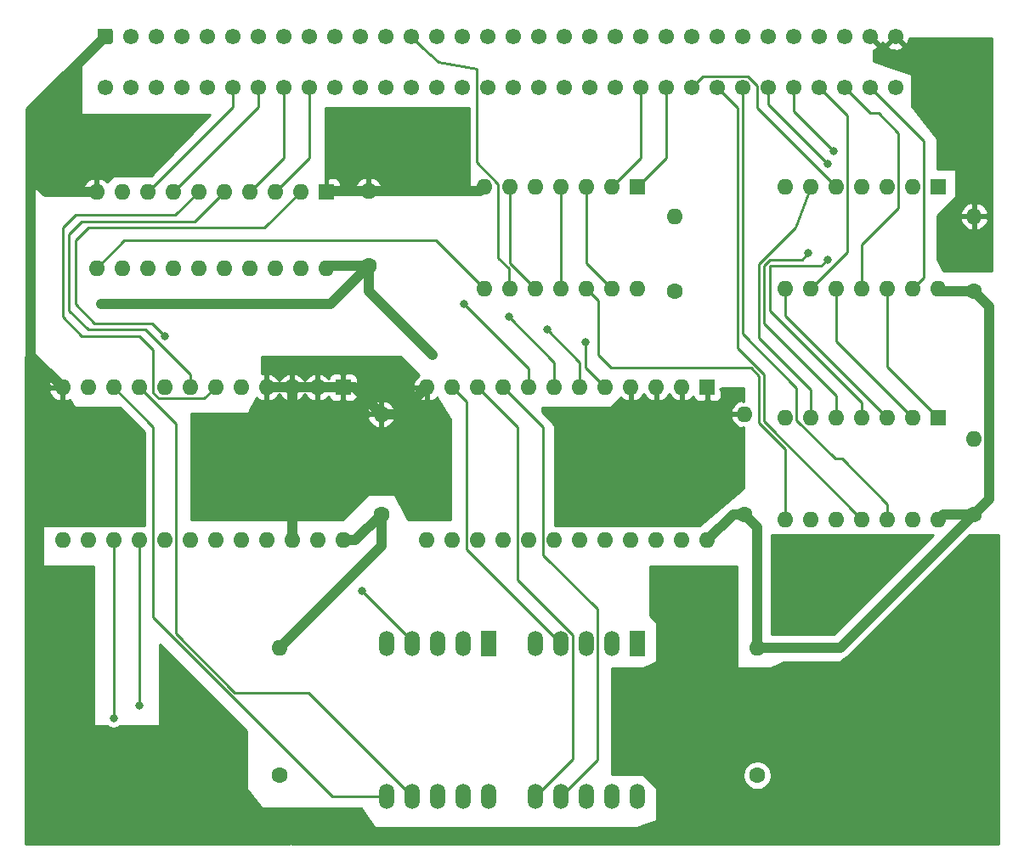
<source format=gbr>
%TF.GenerationSoftware,KiCad,Pcbnew,(5.1.12)-1*%
%TF.CreationDate,2022-04-03T13:26:01+02:00*%
%TF.ProjectId,ec1834-post,65633138-3334-42d7-906f-73742e6b6963,rev?*%
%TF.SameCoordinates,Original*%
%TF.FileFunction,Copper,L2,Bot*%
%TF.FilePolarity,Positive*%
%FSLAX46Y46*%
G04 Gerber Fmt 4.6, Leading zero omitted, Abs format (unit mm)*
G04 Created by KiCad (PCBNEW (5.1.12)-1) date 2022-04-03 13:26:01*
%MOMM*%
%LPD*%
G01*
G04 APERTURE LIST*
%TA.AperFunction,ComponentPad*%
%ADD10O,1.600000X1.600000*%
%TD*%
%TA.AperFunction,ComponentPad*%
%ADD11C,1.600000*%
%TD*%
%TA.AperFunction,ComponentPad*%
%ADD12R,1.600000X1.600000*%
%TD*%
%TA.AperFunction,ComponentPad*%
%ADD13C,1.550000*%
%TD*%
%TA.AperFunction,ComponentPad*%
%ADD14R,1.524000X2.524000*%
%TD*%
%TA.AperFunction,ComponentPad*%
%ADD15O,1.524000X2.524000*%
%TD*%
%TA.AperFunction,ViaPad*%
%ADD16C,0.800000*%
%TD*%
%TA.AperFunction,Conductor*%
%ADD17C,0.250000*%
%TD*%
%TA.AperFunction,Conductor*%
%ADD18C,1.000000*%
%TD*%
%TA.AperFunction,Conductor*%
%ADD19C,0.254000*%
%TD*%
%TA.AperFunction,Conductor*%
%ADD20C,0.100000*%
%TD*%
G04 APERTURE END LIST*
D10*
%TO.P,C1,2*%
%TO.N,GND*%
X85725000Y-43935000D03*
D11*
%TO.P,C1,1*%
%TO.N,+5V*%
X85725000Y-51435000D03*
%TD*%
D10*
%TO.P,U2,14*%
%TO.N,+5V*%
X112000000Y-51160000D03*
%TO.P,U2,7*%
%TO.N,GND*%
X96760000Y-41000000D03*
%TO.P,U2,13*%
%TO.N,A0*%
X109460000Y-51160000D03*
%TO.P,U2,6*%
%TO.N,Net-(U2-Pad6)*%
X99300000Y-41000000D03*
%TO.P,U2,12*%
%TO.N,Net-(U2-Pad12)*%
X106920000Y-51160000D03*
%TO.P,U2,5*%
%TO.N,A7*%
X101840000Y-41000000D03*
%TO.P,U2,11*%
%TO.N,A1*%
X104380000Y-51160000D03*
%TO.P,U2,4*%
%TO.N,Net-(U2-Pad4)*%
X104380000Y-41000000D03*
%TO.P,U2,10*%
%TO.N,Net-(U2-Pad10)*%
X101840000Y-51160000D03*
%TO.P,U2,3*%
%TO.N,A4*%
X106920000Y-41000000D03*
%TO.P,U2,9*%
%TO.N,A2*%
X99300000Y-51160000D03*
%TO.P,U2,2*%
%TO.N,Net-(U2-Pad2)*%
X109460000Y-41000000D03*
%TO.P,U2,8*%
%TO.N,Net-(U2-Pad8)*%
X96760000Y-51160000D03*
D12*
%TO.P,U2,1*%
%TO.N,A3*%
X112000000Y-41000000D03*
%TD*%
D10*
%TO.P,U5,24*%
%TO.N,+5V*%
X52705000Y-76240000D03*
%TO.P,U5,12*%
%TO.N,GND*%
X24765000Y-61000000D03*
%TO.P,U5,23*%
X50165000Y-76240000D03*
%TO.P,U5,11*%
%TO.N,Net-(AFF2-Pad4)*%
X27305000Y-61000000D03*
%TO.P,U5,22*%
%TO.N,GND*%
X47625000Y-76240000D03*
%TO.P,U5,10*%
%TO.N,Net-(AFF2-Pad6)*%
X29845000Y-61000000D03*
%TO.P,U5,21*%
%TO.N,GND*%
X45085000Y-76240000D03*
%TO.P,U5,9*%
%TO.N,Net-(AFF2-Pad7)*%
X32385000Y-61000000D03*
%TO.P,U5,20*%
%TO.N,GND*%
X42545000Y-76240000D03*
%TO.P,U5,8*%
%TO.N,Net-(U4-Pad2)*%
X34925000Y-61000000D03*
%TO.P,U5,19*%
%TO.N,GND*%
X40005000Y-76240000D03*
%TO.P,U5,7*%
%TO.N,Net-(U4-Pad5)*%
X37465000Y-61000000D03*
%TO.P,U5,18*%
%TO.N,GND*%
X37465000Y-76240000D03*
%TO.P,U5,6*%
%TO.N,Net-(U4-Pad6)*%
X40005000Y-61000000D03*
%TO.P,U5,17*%
%TO.N,Net-(U5-Pad17)*%
X34925000Y-76240000D03*
%TO.P,U5,5*%
%TO.N,Net-(U4-Pad9)*%
X42545000Y-61000000D03*
%TO.P,U5,16*%
%TO.N,Net-(AFF2-Pad10)*%
X32385000Y-76240000D03*
%TO.P,U5,4*%
%TO.N,GND*%
X45085000Y-61000000D03*
%TO.P,U5,15*%
%TO.N,Net-(AFF2-Pad9)*%
X29845000Y-76240000D03*
%TO.P,U5,3*%
%TO.N,GND*%
X47625000Y-61000000D03*
%TO.P,U5,14*%
%TO.N,Net-(AFF2-Pad1)*%
X27305000Y-76240000D03*
%TO.P,U5,2*%
%TO.N,GND*%
X50165000Y-61000000D03*
%TO.P,U5,13*%
%TO.N,Net-(AFF2-Pad2)*%
X24765000Y-76240000D03*
D12*
%TO.P,U5,1*%
%TO.N,GND*%
X52705000Y-61000000D03*
%TD*%
D10*
%TO.P,C6,2*%
%TO.N,GND*%
X92710000Y-63660000D03*
D11*
%TO.P,C6,1*%
%TO.N,+5V*%
X92710000Y-73660000D03*
%TD*%
D10*
%TO.P,C5,2*%
%TO.N,GND*%
X56515000Y-63660000D03*
D11*
%TO.P,C5,1*%
%TO.N,+5V*%
X56515000Y-73660000D03*
%TD*%
D10*
%TO.P,C4,2*%
%TO.N,GND*%
X55245000Y-41395000D03*
D11*
%TO.P,C4,1*%
%TO.N,+5V*%
X55245000Y-48895000D03*
%TD*%
D10*
%TO.P,C3,2*%
%TO.N,GND*%
X115570000Y-66160000D03*
D11*
%TO.P,C3,1*%
%TO.N,+5V*%
X115570000Y-73660000D03*
%TD*%
D10*
%TO.P,C2,2*%
%TO.N,GND*%
X115570000Y-43935000D03*
D11*
%TO.P,C2,1*%
%TO.N,+5V*%
X115570000Y-51435000D03*
%TD*%
D10*
%TO.P,U1,14*%
%TO.N,+5V*%
X82000000Y-51160000D03*
%TO.P,U1,7*%
%TO.N,GND*%
X66760000Y-41000000D03*
%TO.P,U1,13*%
%TO.N,Net-(U1-Pad13)*%
X79460000Y-51160000D03*
%TO.P,U1,6*%
%TO.N,Net-(U1-Pad10)*%
X69300000Y-41000000D03*
%TO.P,U1,12*%
%TO.N,Net-(U1-Pad12)*%
X76920000Y-51160000D03*
%TO.P,U1,5*%
%TO.N,AEN*%
X71840000Y-41000000D03*
%TO.P,U1,11*%
%TO.N,Net-(U1-Pad11)*%
X74380000Y-51160000D03*
%TO.P,U1,4*%
X74380000Y-41000000D03*
%TO.P,U1,10*%
%TO.N,Net-(U1-Pad10)*%
X71840000Y-51160000D03*
%TO.P,U1,3*%
%TO.N,Net-(U1-Pad13)*%
X76920000Y-41000000D03*
%TO.P,U1,9*%
%TO.N,IOW*%
X69300000Y-51160000D03*
%TO.P,U1,2*%
%TO.N,A9*%
X79460000Y-41000000D03*
%TO.P,U1,8*%
%TO.N,Net-(U1-Pad8)*%
X66760000Y-51160000D03*
D12*
%TO.P,U1,1*%
%TO.N,A8*%
X82000000Y-41000000D03*
%TD*%
D10*
%TO.P,U4,20*%
%TO.N,+5V*%
X51000000Y-49105000D03*
%TO.P,U4,10*%
%TO.N,GND*%
X28140000Y-41485000D03*
%TO.P,U4,19*%
%TO.N,Net-(U4-Pad19)*%
X48460000Y-49105000D03*
%TO.P,U4,9*%
%TO.N,Net-(U4-Pad9)*%
X30680000Y-41485000D03*
%TO.P,U4,18*%
%TO.N,D4*%
X45920000Y-49105000D03*
%TO.P,U4,8*%
%TO.N,D3*%
X33220000Y-41485000D03*
%TO.P,U4,17*%
%TO.N,D5*%
X43380000Y-49105000D03*
%TO.P,U4,7*%
%TO.N,D2*%
X35760000Y-41485000D03*
%TO.P,U4,16*%
%TO.N,Net-(U4-Pad16)*%
X40840000Y-49105000D03*
%TO.P,U4,6*%
%TO.N,Net-(U4-Pad6)*%
X38300000Y-41485000D03*
%TO.P,U4,15*%
%TO.N,Net-(U4-Pad15)*%
X38300000Y-49105000D03*
%TO.P,U4,5*%
%TO.N,Net-(U4-Pad5)*%
X40840000Y-41485000D03*
%TO.P,U4,14*%
%TO.N,D6*%
X35760000Y-49105000D03*
%TO.P,U4,4*%
%TO.N,D1*%
X43380000Y-41485000D03*
%TO.P,U4,13*%
%TO.N,D7*%
X33220000Y-49105000D03*
%TO.P,U4,3*%
%TO.N,D0*%
X45920000Y-41485000D03*
%TO.P,U4,12*%
%TO.N,Net-(U4-Pad12)*%
X30680000Y-49105000D03*
%TO.P,U4,2*%
%TO.N,Net-(U4-Pad2)*%
X48460000Y-41485000D03*
%TO.P,U4,11*%
%TO.N,Net-(U1-Pad8)*%
X28140000Y-49105000D03*
D12*
%TO.P,U4,1*%
%TO.N,GND*%
X51000000Y-41485000D03*
%TD*%
D13*
%TO.P,U0,c32*%
%TO.N,Net-(U0-Padc32)*%
X107740000Y-31080000D03*
%TO.P,U0,c31*%
%TO.N,A0*%
X105200000Y-31080000D03*
%TO.P,U0,c30*%
%TO.N,A1*%
X102660000Y-31080000D03*
%TO.P,U0,c29*%
%TO.N,A2*%
X100120000Y-31080000D03*
%TO.P,U0,c28*%
%TO.N,A3*%
X97580000Y-31080000D03*
%TO.P,U0,c27*%
%TO.N,A4*%
X95040000Y-31080000D03*
%TO.P,U0,c26*%
%TO.N,A5*%
X92500000Y-31080000D03*
%TO.P,U0,c25*%
%TO.N,A6*%
X89960000Y-31080000D03*
%TO.P,U0,c24*%
%TO.N,A7*%
X87420000Y-31080000D03*
%TO.P,U0,c23*%
%TO.N,A8*%
X84880000Y-31080000D03*
%TO.P,U0,c22*%
%TO.N,A9*%
X82340000Y-31080000D03*
%TO.P,U0,c21*%
%TO.N,Net-(U0-Padc21)*%
X79800000Y-31080000D03*
%TO.P,U0,c20*%
%TO.N,Net-(U0-Padc20)*%
X77260000Y-31080000D03*
%TO.P,U0,c19*%
%TO.N,Net-(U0-Padc19)*%
X74720000Y-31080000D03*
%TO.P,U0,c18*%
%TO.N,Net-(U0-Padc18)*%
X72180000Y-31080000D03*
%TO.P,U0,c17*%
%TO.N,Net-(U0-Padc17)*%
X69640000Y-31080000D03*
%TO.P,U0,c16*%
%TO.N,Net-(U0-Padc16)*%
X67100000Y-31080000D03*
%TO.P,U0,c15*%
%TO.N,Net-(U0-Padc15)*%
X64560000Y-31080000D03*
%TO.P,U0,c14*%
%TO.N,Net-(U0-Padc14)*%
X62020000Y-31080000D03*
%TO.P,U0,c13*%
%TO.N,Net-(U0-Padc13)*%
X59480000Y-31080000D03*
%TO.P,U0,c12*%
%TO.N,Net-(U0-Padc12)*%
X56940000Y-31080000D03*
%TO.P,U0,c11*%
%TO.N,AEN*%
X54400000Y-31080000D03*
%TO.P,U0,c10*%
%TO.N,Net-(U0-Padc10)*%
X51860000Y-31080000D03*
%TO.P,U0,c9*%
%TO.N,D0*%
X49320000Y-31080000D03*
%TO.P,U0,c8*%
%TO.N,D1*%
X46780000Y-31080000D03*
%TO.P,U0,c7*%
%TO.N,D2*%
X44240000Y-31080000D03*
%TO.P,U0,c6*%
%TO.N,D3*%
X41700000Y-31080000D03*
%TO.P,U0,c5*%
%TO.N,D4*%
X39160000Y-31080000D03*
%TO.P,U0,c4*%
%TO.N,D5*%
X36620000Y-31080000D03*
%TO.P,U0,c3*%
%TO.N,D6*%
X34080000Y-31080000D03*
%TO.P,U0,c2*%
%TO.N,D7*%
X31540000Y-31080000D03*
%TO.P,U0,c1*%
%TO.N,Net-(U0-Padc1)*%
X29000000Y-31080000D03*
%TO.P,U0,a32*%
%TO.N,GND*%
X107740000Y-26000000D03*
%TO.P,U0,a31*%
X105200000Y-26000000D03*
%TO.P,U0,a30*%
%TO.N,Net-(U0-Pada30)*%
X102660000Y-26000000D03*
%TO.P,U0,a29*%
%TO.N,Net-(U0-Pada29)*%
X100120000Y-26000000D03*
%TO.P,U0,a28*%
%TO.N,Net-(U0-Pada28)*%
X97580000Y-26000000D03*
%TO.P,U0,a27*%
%TO.N,Net-(U0-Pada27)*%
X95040000Y-26000000D03*
%TO.P,U0,a26*%
%TO.N,Net-(U0-Pada26)*%
X92500000Y-26000000D03*
%TO.P,U0,a25*%
%TO.N,Net-(U0-Pada25)*%
X89960000Y-26000000D03*
%TO.P,U0,a24*%
%TO.N,Net-(U0-Pada24)*%
X87420000Y-26000000D03*
%TO.P,U0,a23*%
%TO.N,Net-(U0-Pada23)*%
X84880000Y-26000000D03*
%TO.P,U0,a22*%
%TO.N,Net-(U0-Pada22)*%
X82340000Y-26000000D03*
%TO.P,U0,a21*%
%TO.N,Net-(U0-Pada21)*%
X79800000Y-26000000D03*
%TO.P,U0,a20*%
%TO.N,Net-(U0-Pada20)*%
X77260000Y-26000000D03*
%TO.P,U0,a19*%
%TO.N,Net-(U0-Pada19)*%
X74720000Y-26000000D03*
%TO.P,U0,a18*%
%TO.N,Net-(U0-Pada18)*%
X72180000Y-26000000D03*
%TO.P,U0,a17*%
%TO.N,Net-(U0-Pada17)*%
X69640000Y-26000000D03*
%TO.P,U0,a16*%
%TO.N,Net-(U0-Pada16)*%
X67100000Y-26000000D03*
%TO.P,U0,a15*%
%TO.N,Net-(U0-Pada15)*%
X64560000Y-26000000D03*
%TO.P,U0,a14*%
%TO.N,Net-(U0-Pada14)*%
X62020000Y-26000000D03*
%TO.P,U0,a13*%
%TO.N,IOW*%
X59480000Y-26000000D03*
%TO.P,U0,a12*%
%TO.N,Net-(U0-Pada12)*%
X56940000Y-26000000D03*
%TO.P,U0,a11*%
%TO.N,Net-(U0-Pada11)*%
X54400000Y-26000000D03*
%TO.P,U0,a10*%
%TO.N,Net-(U0-Pada10)*%
X51860000Y-26000000D03*
%TO.P,U0,a9*%
%TO.N,Net-(U0-Pada9)*%
X49320000Y-26000000D03*
%TO.P,U0,a8*%
%TO.N,Net-(U0-Pada8)*%
X46780000Y-26000000D03*
%TO.P,U0,a7*%
%TO.N,Net-(U0-Pada7)*%
X44240000Y-26000000D03*
%TO.P,U0,a6*%
%TO.N,Net-(U0-Pada6)*%
X41700000Y-26000000D03*
%TO.P,U0,a5*%
%TO.N,Net-(U0-Pada5)*%
X39160000Y-26000000D03*
%TO.P,U0,a4*%
%TO.N,Net-(U0-Pada4)*%
X36620000Y-26000000D03*
%TO.P,U0,a3*%
%TO.N,+5V*%
X34080000Y-26000000D03*
%TO.P,U0,a2*%
%TO.N,Net-(U0-Pada2)*%
X31540000Y-26000000D03*
%TO.P,U0,a1*%
%TO.N,GND*%
%TA.AperFunction,ComponentPad*%
G36*
G01*
X28225000Y-26525002D02*
X28225000Y-25474998D01*
G75*
G02*
X28474998Y-25225000I249998J0D01*
G01*
X29525002Y-25225000D01*
G75*
G02*
X29775000Y-25474998I0J-249998D01*
G01*
X29775000Y-26525002D01*
G75*
G02*
X29525002Y-26775000I-249998J0D01*
G01*
X28474998Y-26775000D01*
G75*
G02*
X28225000Y-26525002I0J249998D01*
G01*
G37*
%TD.AperFunction*%
%TD*%
D10*
%TO.P,U6,24*%
%TO.N,+5V*%
X89000000Y-76240000D03*
%TO.P,U6,12*%
%TO.N,GND*%
X61060000Y-61000000D03*
%TO.P,U6,23*%
X86460000Y-76240000D03*
%TO.P,U6,11*%
%TO.N,Net-(AFF1-Pad4)*%
X63600000Y-61000000D03*
%TO.P,U6,22*%
%TO.N,GND*%
X83920000Y-76240000D03*
%TO.P,U6,10*%
%TO.N,Net-(AFF1-Pad6)*%
X66140000Y-61000000D03*
%TO.P,U6,21*%
%TO.N,GND*%
X81380000Y-76240000D03*
%TO.P,U6,9*%
%TO.N,Net-(AFF1-Pad7)*%
X68680000Y-61000000D03*
%TO.P,U6,20*%
%TO.N,GND*%
X78840000Y-76240000D03*
%TO.P,U6,8*%
%TO.N,Net-(U4-Pad19)*%
X71220000Y-61000000D03*
%TO.P,U6,19*%
%TO.N,GND*%
X76300000Y-76240000D03*
%TO.P,U6,7*%
%TO.N,Net-(U4-Pad16)*%
X73760000Y-61000000D03*
%TO.P,U6,18*%
%TO.N,GND*%
X73760000Y-76240000D03*
%TO.P,U6,6*%
%TO.N,Net-(U4-Pad15)*%
X76300000Y-61000000D03*
%TO.P,U6,17*%
%TO.N,Net-(U6-Pad17)*%
X71220000Y-76240000D03*
%TO.P,U6,5*%
%TO.N,Net-(U4-Pad12)*%
X78840000Y-61000000D03*
%TO.P,U6,16*%
%TO.N,Net-(AFF1-Pad10)*%
X68680000Y-76240000D03*
%TO.P,U6,4*%
%TO.N,GND*%
X81380000Y-61000000D03*
%TO.P,U6,15*%
%TO.N,Net-(AFF1-Pad9)*%
X66140000Y-76240000D03*
%TO.P,U6,3*%
%TO.N,GND*%
X83920000Y-61000000D03*
%TO.P,U6,14*%
%TO.N,Net-(AFF1-Pad1)*%
X63600000Y-76240000D03*
%TO.P,U6,2*%
%TO.N,GND*%
X86460000Y-61000000D03*
%TO.P,U6,13*%
%TO.N,Net-(AFF1-Pad2)*%
X61060000Y-76240000D03*
D12*
%TO.P,U6,1*%
%TO.N,GND*%
X89000000Y-61000000D03*
%TD*%
D10*
%TO.P,U3,14*%
%TO.N,+5V*%
X112000000Y-74160000D03*
%TO.P,U3,7*%
%TO.N,GND*%
X96760000Y-64000000D03*
%TO.P,U3,13*%
%TO.N,N/C*%
X109460000Y-74160000D03*
%TO.P,U3,6*%
%TO.N,Net-(U2-Pad6)*%
X99300000Y-64000000D03*
%TO.P,U3,12*%
%TO.N,A5*%
X106920000Y-74160000D03*
%TO.P,U3,5*%
%TO.N,Net-(U2-Pad4)*%
X101840000Y-64000000D03*
%TO.P,U3,11*%
%TO.N,A6*%
X104380000Y-74160000D03*
%TO.P,U3,4*%
%TO.N,Net-(U2-Pad2)*%
X104380000Y-64000000D03*
%TO.P,U3,10*%
%TO.N,N/C*%
X101840000Y-74160000D03*
%TO.P,U3,3*%
%TO.N,Net-(U2-Pad8)*%
X106920000Y-64000000D03*
%TO.P,U3,9*%
%TO.N,N/C*%
X99300000Y-74160000D03*
%TO.P,U3,2*%
%TO.N,Net-(U2-Pad10)*%
X109460000Y-64000000D03*
%TO.P,U3,8*%
%TO.N,Net-(U1-Pad12)*%
X96760000Y-74160000D03*
D12*
%TO.P,U3,1*%
%TO.N,Net-(U2-Pad12)*%
X112000000Y-64000000D03*
%TD*%
D10*
%TO.P,R2,2*%
%TO.N,+5V*%
X93980000Y-86995000D03*
D11*
%TO.P,R2,1*%
%TO.N,Net-(AFF1-Pad3)*%
X93980000Y-99695000D03*
%TD*%
D10*
%TO.P,R1,2*%
%TO.N,+5V*%
X46355000Y-86995000D03*
D11*
%TO.P,R1,1*%
%TO.N,Net-(AFF2-Pad3)*%
X46355000Y-99695000D03*
%TD*%
D14*
%TO.P,AFF2,1*%
%TO.N,Net-(AFF2-Pad1)*%
X67210000Y-86555000D03*
D15*
%TO.P,AFF2,2*%
%TO.N,Net-(AFF2-Pad2)*%
X64670000Y-86555000D03*
%TO.P,AFF2,3*%
%TO.N,Net-(AFF2-Pad3)*%
X62130000Y-86555000D03*
%TO.P,AFF2,4*%
%TO.N,Net-(AFF2-Pad4)*%
X59590000Y-86555000D03*
%TO.P,AFF2,5*%
%TO.N,Net-(AFF2-Pad5)*%
X57050000Y-86555000D03*
%TO.P,AFF2,6*%
%TO.N,Net-(AFF2-Pad6)*%
X57050000Y-101795000D03*
%TO.P,AFF2,7*%
%TO.N,Net-(AFF2-Pad7)*%
X59590000Y-101795000D03*
%TO.P,AFF2,8*%
%TO.N,Net-(AFF2-Pad3)*%
X62130000Y-101795000D03*
%TO.P,AFF2,9*%
%TO.N,Net-(AFF2-Pad9)*%
X64670000Y-101795000D03*
%TO.P,AFF2,10*%
%TO.N,Net-(AFF2-Pad10)*%
X67210000Y-101795000D03*
%TD*%
D14*
%TO.P,AFF1,1*%
%TO.N,Net-(AFF1-Pad1)*%
X82000000Y-86555000D03*
D15*
%TO.P,AFF1,2*%
%TO.N,Net-(AFF1-Pad2)*%
X79460000Y-86555000D03*
%TO.P,AFF1,3*%
%TO.N,Net-(AFF1-Pad3)*%
X76920000Y-86555000D03*
%TO.P,AFF1,4*%
%TO.N,Net-(AFF1-Pad4)*%
X74380000Y-86555000D03*
%TO.P,AFF1,5*%
%TO.N,Net-(AFF1-Pad5)*%
X71840000Y-86555000D03*
%TO.P,AFF1,6*%
%TO.N,Net-(AFF1-Pad6)*%
X71840000Y-101795000D03*
%TO.P,AFF1,7*%
%TO.N,Net-(AFF1-Pad7)*%
X74380000Y-101795000D03*
%TO.P,AFF1,8*%
%TO.N,Net-(AFF1-Pad3)*%
X76920000Y-101795000D03*
%TO.P,AFF1,9*%
%TO.N,Net-(AFF1-Pad9)*%
X79460000Y-101795000D03*
%TO.P,AFF1,10*%
%TO.N,Net-(AFF1-Pad10)*%
X82000000Y-101795000D03*
%TD*%
D16*
%TO.N,Net-(AFF2-Pad4)*%
X54610000Y-81280000D03*
%TO.N,Net-(AFF2-Pad9)*%
X29845000Y-93980000D03*
%TO.N,Net-(AFF2-Pad10)*%
X32385000Y-92710000D03*
%TO.N,+5V*%
X28575000Y-52705000D03*
X61595000Y-57785000D03*
%TO.N,A3*%
X101600000Y-37465000D03*
%TO.N,A4*%
X100965000Y-38735000D03*
%TO.N,GND*%
X107950000Y-86360000D03*
X99060000Y-81915000D03*
%TO.N,Net-(U2-Pad4)*%
X99060000Y-47625000D03*
%TO.N,Net-(U2-Pad2)*%
X100965000Y-48260000D03*
%TO.N,Net-(U4-Pad19)*%
X64770000Y-52705000D03*
%TO.N,Net-(U4-Pad16)*%
X69215000Y-53975000D03*
%TO.N,Net-(U4-Pad15)*%
X73025000Y-55245000D03*
%TO.N,Net-(U4-Pad12)*%
X76835000Y-56515000D03*
%TO.N,Net-(U4-Pad2)*%
X34925000Y-55880000D03*
%TD*%
D17*
%TO.N,Net-(AFF1-Pad4)*%
X65014999Y-62414999D02*
X65014999Y-77189999D01*
X65014999Y-77189999D02*
X74380000Y-86555000D01*
X63600000Y-61000000D02*
X65014999Y-62414999D01*
%TO.N,Net-(AFF1-Pad6)*%
X70094999Y-80232735D02*
X75565000Y-85702736D01*
X70094999Y-64954999D02*
X70094999Y-80232735D01*
X66140000Y-61000000D02*
X70094999Y-64954999D01*
X75565000Y-98070000D02*
X71840000Y-101795000D01*
X75565000Y-85702736D02*
X75565000Y-98070000D01*
%TO.N,Net-(AFF1-Pad7)*%
X72634999Y-64954999D02*
X72634999Y-77714999D01*
X68680000Y-61000000D02*
X72634999Y-64954999D01*
X78007010Y-98167990D02*
X74380000Y-101795000D01*
X78007010Y-83087010D02*
X78007010Y-98167990D01*
X72634999Y-77714999D02*
X78007010Y-83087010D01*
%TO.N,Net-(AFF2-Pad4)*%
X27474999Y-60749997D02*
X27474999Y-61540001D01*
X59590000Y-86260000D02*
X59590000Y-86555000D01*
X54610000Y-81280000D02*
X59590000Y-86260000D01*
%TO.N,Net-(AFF2-Pad6)*%
X51628590Y-101795000D02*
X57050000Y-101795000D01*
X33799999Y-83966409D02*
X51628590Y-101795000D01*
X33799999Y-64954999D02*
X33799999Y-83966409D01*
X29845000Y-61000000D02*
X33799999Y-64954999D01*
%TO.N,Net-(AFF2-Pad7)*%
X36050001Y-64665001D02*
X36050001Y-85580001D01*
X32385000Y-61000000D02*
X36050001Y-64665001D01*
X36050001Y-85580001D02*
X41910000Y-91440000D01*
X49235000Y-91440000D02*
X59590000Y-101795000D01*
X41910000Y-91440000D02*
X49235000Y-91440000D01*
%TO.N,Net-(AFF2-Pad9)*%
X29845000Y-76240000D02*
X29845000Y-93980000D01*
%TO.N,Net-(AFF2-Pad10)*%
X32385000Y-76240000D02*
X32385000Y-92710000D01*
D18*
%TO.N,+5V*%
X53935000Y-76240000D02*
X56515000Y-73660000D01*
X52705000Y-76240000D02*
X53935000Y-76240000D01*
X93980000Y-74930000D02*
X92710000Y-73660000D01*
X93980000Y-86995000D02*
X93980000Y-74930000D01*
X91580000Y-73660000D02*
X89000000Y-76240000D01*
X92710000Y-73660000D02*
X91580000Y-73660000D01*
X51435000Y-52705000D02*
X55245000Y-48895000D01*
X28575000Y-52705000D02*
X51435000Y-52705000D01*
X51210000Y-48895000D02*
X51000000Y-49105000D01*
X55245000Y-48895000D02*
X51210000Y-48895000D01*
X55245000Y-48895000D02*
X55245000Y-51435000D01*
X55245000Y-51435000D02*
X61595000Y-57785000D01*
X112275000Y-51435000D02*
X112000000Y-51160000D01*
X115570000Y-51435000D02*
X112275000Y-51435000D01*
X61595000Y-57785000D02*
X61595000Y-57785000D01*
X102235000Y-86995000D02*
X115570000Y-73660000D01*
X93980000Y-86995000D02*
X102235000Y-86995000D01*
X112500000Y-73660000D02*
X112000000Y-74160000D01*
X115570000Y-73660000D02*
X112500000Y-73660000D01*
X117070001Y-72159999D02*
X115570000Y-73660000D01*
X117070001Y-52935001D02*
X117070001Y-72159999D01*
X115570000Y-51435000D02*
X117070001Y-52935001D01*
X56515000Y-76835000D02*
X56515000Y-76200000D01*
X56515000Y-76200000D02*
X56515000Y-73660000D01*
X46355000Y-86995000D02*
X56515000Y-76835000D01*
D17*
%TO.N,A0*%
X110585001Y-50034999D02*
X109460000Y-51160000D01*
X110585001Y-36465001D02*
X110585001Y-50034999D01*
X105200000Y-31080000D02*
X110585001Y-36465001D01*
%TO.N,A1*%
X102660000Y-31080000D02*
X105235000Y-33655000D01*
X105235000Y-33655000D02*
X106045000Y-33655000D01*
X108045001Y-35655001D02*
X108045001Y-43084999D01*
X106045000Y-33655000D02*
X108045001Y-35655001D01*
X104380000Y-46750000D02*
X104380000Y-51160000D01*
X108045001Y-43084999D02*
X104380000Y-46750000D01*
%TO.N,A2*%
X99336410Y-51160000D02*
X99300000Y-51160000D01*
X102965001Y-47531409D02*
X99336410Y-51160000D01*
X102965001Y-33925001D02*
X102965001Y-47531409D01*
X100120000Y-31080000D02*
X102965001Y-33925001D01*
%TO.N,A3*%
X97580000Y-31080000D02*
X97580000Y-33445000D01*
X97580000Y-33445000D02*
X101600000Y-37465000D01*
%TO.N,A4*%
X95040000Y-31080000D02*
X95040000Y-32810000D01*
X95040000Y-32810000D02*
X100965000Y-38735000D01*
%TO.N,A5*%
X92500000Y-31080000D02*
X92500000Y-55670000D01*
X102421401Y-68129991D02*
X106920000Y-72628590D01*
X101764988Y-68129990D02*
X102421401Y-68129991D01*
X106920000Y-72628590D02*
X106920000Y-74160000D01*
X97885001Y-64250003D02*
X101764988Y-68129990D01*
X97885001Y-61055001D02*
X97885001Y-64250003D01*
X92500000Y-55670000D02*
X97885001Y-61055001D01*
%TO.N,A6*%
X89960000Y-31080000D02*
X92049990Y-33169990D01*
X92049990Y-33169990D02*
X92049990Y-57124990D01*
X94615000Y-64395000D02*
X104380000Y-74160000D01*
X94615000Y-59690000D02*
X94615000Y-64395000D01*
X92049990Y-57124990D02*
X94615000Y-59690000D01*
%TO.N,A7*%
X93939999Y-33099999D02*
X101840000Y-41000000D01*
X93939999Y-30891997D02*
X93939999Y-33099999D01*
X93028001Y-29979999D02*
X93939999Y-30891997D01*
X88520001Y-29979999D02*
X93028001Y-29979999D01*
X87420000Y-31080000D02*
X88520001Y-29979999D01*
%TO.N,A8*%
X84880000Y-38120000D02*
X82000000Y-41000000D01*
X84880000Y-31080000D02*
X84880000Y-38120000D01*
%TO.N,A9*%
X82340000Y-38120000D02*
X79460000Y-41000000D01*
X82340000Y-31080000D02*
X82340000Y-38120000D01*
%TO.N,D0*%
X49320000Y-38085000D02*
X45920000Y-41485000D01*
X49320000Y-31080000D02*
X49320000Y-38085000D01*
%TO.N,D1*%
X46780000Y-38085000D02*
X43380000Y-41485000D01*
X46780000Y-31080000D02*
X46780000Y-38085000D01*
%TO.N,D2*%
X44240000Y-33005000D02*
X35760000Y-41485000D01*
X44240000Y-31080000D02*
X44240000Y-33005000D01*
%TO.N,D3*%
X41700000Y-33005000D02*
X33220000Y-41485000D01*
X41700000Y-31080000D02*
X41700000Y-33005000D01*
D18*
%TO.N,GND*%
X29000000Y-26000000D02*
X21590000Y-33410000D01*
X21590000Y-57825000D02*
X24765000Y-61000000D01*
X45085000Y-61000000D02*
X47625000Y-61000000D01*
X47625000Y-61000000D02*
X50165000Y-61000000D01*
X50165000Y-61000000D02*
X52705000Y-61000000D01*
X53855000Y-61000000D02*
X56515000Y-63660000D01*
X52705000Y-61000000D02*
X53855000Y-61000000D01*
X58400000Y-63660000D02*
X61060000Y-61000000D01*
X56515000Y-63660000D02*
X58400000Y-63660000D01*
X23070000Y-41485000D02*
X21590000Y-40005000D01*
X28140000Y-41485000D02*
X23070000Y-41485000D01*
X21590000Y-40005000D02*
X21590000Y-57825000D01*
X21590000Y-33410000D02*
X21590000Y-40005000D01*
X51090000Y-41395000D02*
X51000000Y-41485000D01*
X55245000Y-41395000D02*
X51090000Y-41395000D01*
X66365000Y-41395000D02*
X66760000Y-41000000D01*
X55245000Y-41395000D02*
X66365000Y-41395000D01*
X47625000Y-61000000D02*
X47625000Y-76240000D01*
D17*
%TO.N,IOW*%
X69215000Y-51075000D02*
X69300000Y-51160000D01*
X69215000Y-49171410D02*
X69215000Y-51075000D01*
X68174999Y-48131409D02*
X69215000Y-49171410D01*
X68174999Y-40749997D02*
X68174999Y-48131409D01*
X65999999Y-29210000D02*
X65999999Y-38574997D01*
X62208003Y-28575000D02*
X65999999Y-29210000D01*
X60580001Y-27100001D02*
X62208003Y-28575000D01*
X65999999Y-38574997D02*
X68174999Y-40749997D01*
X59480000Y-26000000D02*
X60580001Y-27100001D01*
%TO.N,Net-(U1-Pad13)*%
X76920000Y-48620000D02*
X79460000Y-51160000D01*
X76920000Y-41000000D02*
X76920000Y-48620000D01*
%TO.N,Net-(U1-Pad10)*%
X69300000Y-48620000D02*
X71840000Y-51160000D01*
X69300000Y-41000000D02*
X69300000Y-48620000D01*
%TO.N,Net-(U1-Pad12)*%
X78105000Y-52345000D02*
X76920000Y-51160000D01*
X78105000Y-57785000D02*
X78105000Y-52345000D01*
X79375000Y-59055000D02*
X78105000Y-57785000D01*
X93343590Y-59055000D02*
X79375000Y-59055000D01*
X94164990Y-59876400D02*
X93343590Y-59055000D01*
X94164991Y-64581401D02*
X94164990Y-59876400D01*
X96760000Y-67176410D02*
X94164991Y-64581401D01*
X96760000Y-74160000D02*
X96760000Y-67176410D01*
%TO.N,Net-(U1-Pad11)*%
X74380000Y-41000000D02*
X74380000Y-51160000D01*
%TO.N,Net-(U1-Pad8)*%
X28140000Y-49105000D02*
X30890000Y-46355000D01*
X61955000Y-46355000D02*
X66760000Y-51160000D01*
X30890000Y-46355000D02*
X61955000Y-46355000D01*
%TO.N,Net-(U2-Pad6)*%
X94164990Y-56064990D02*
X99300000Y-61200000D01*
X94164990Y-48707190D02*
X94164990Y-56064990D01*
X99300000Y-61200000D02*
X99300000Y-64000000D01*
X96757180Y-46115000D02*
X94164990Y-48707190D01*
X97790000Y-45085000D02*
X96757180Y-46115000D01*
X99300000Y-41000000D02*
X97790000Y-45085000D01*
%TO.N,Net-(U2-Pad12)*%
X106920000Y-58920000D02*
X112000000Y-64000000D01*
X106920000Y-51160000D02*
X106920000Y-58920000D01*
%TO.N,Net-(U2-Pad4)*%
X104140000Y-41240000D02*
X104380000Y-41000000D01*
X101840000Y-61835000D02*
X101840000Y-64000000D01*
X94615000Y-54610000D02*
X101840000Y-61835000D01*
X94615000Y-48893590D02*
X94615000Y-54610000D01*
X95248590Y-48260000D02*
X94615000Y-48893590D01*
X98425000Y-48260000D02*
X95248590Y-48260000D01*
X98425000Y-48260000D02*
X99060000Y-47625000D01*
X99060000Y-47625000D02*
X99060000Y-47625000D01*
%TO.N,Net-(U2-Pad10)*%
X101840000Y-56380000D02*
X109460000Y-64000000D01*
X101840000Y-51160000D02*
X101840000Y-56380000D01*
%TO.N,Net-(U2-Pad2)*%
X104380000Y-62470000D02*
X104380000Y-64000000D01*
X95250000Y-53340000D02*
X104380000Y-62470000D01*
X95250000Y-48895000D02*
X95250000Y-53340000D01*
X100330000Y-48895000D02*
X95250000Y-48895000D01*
X100330000Y-48895000D02*
X100965000Y-48260000D01*
X100965000Y-48260000D02*
X100965000Y-48260000D01*
%TO.N,Net-(U2-Pad8)*%
X96760000Y-53840000D02*
X106920000Y-64000000D01*
X96760000Y-51160000D02*
X96760000Y-53840000D01*
%TO.N,Net-(U4-Pad19)*%
X71220000Y-61000000D02*
X71220000Y-59155000D01*
X71220000Y-59155000D02*
X64770000Y-52705000D01*
X64770000Y-52705000D02*
X64770000Y-52705000D01*
%TO.N,Net-(U4-Pad16)*%
X73760000Y-61000000D02*
X73760000Y-58520000D01*
X73760000Y-58520000D02*
X69215000Y-53975000D01*
X69215000Y-53975000D02*
X69215000Y-53975000D01*
%TO.N,Net-(U4-Pad6)*%
X26670000Y-55880000D02*
X32385000Y-55880000D01*
X24765000Y-53975000D02*
X26670000Y-55880000D01*
X24765000Y-45085000D02*
X24765000Y-53975000D01*
X26035000Y-43815000D02*
X24765000Y-45085000D01*
X35970000Y-43815000D02*
X26035000Y-43815000D01*
X38300000Y-41485000D02*
X35970000Y-43815000D01*
X38879999Y-62125001D02*
X40005000Y-61000000D01*
X34384999Y-62125001D02*
X38879999Y-62125001D01*
X33799999Y-61540001D02*
X34384999Y-62125001D01*
X33799999Y-57294999D02*
X33799999Y-61540001D01*
X32385000Y-55880000D02*
X33799999Y-57294999D01*
%TO.N,Net-(U4-Pad15)*%
X76300000Y-61000000D02*
X76300000Y-58520000D01*
X76300000Y-58520000D02*
X73025000Y-55245000D01*
X73025000Y-55245000D02*
X73025000Y-55245000D01*
%TO.N,Net-(U4-Pad5)*%
X27305000Y-55245000D02*
X33005000Y-55245000D01*
X25400000Y-53340000D02*
X27305000Y-55245000D01*
X25400000Y-45720000D02*
X25400000Y-53340000D01*
X26670000Y-44450000D02*
X25400000Y-45720000D01*
X37875000Y-44450000D02*
X26670000Y-44450000D01*
X40840000Y-41485000D02*
X37875000Y-44450000D01*
X37465000Y-59705000D02*
X37465000Y-61000000D01*
X33005000Y-55245000D02*
X37465000Y-59705000D01*
%TO.N,Net-(U4-Pad12)*%
X76835000Y-58995000D02*
X78840000Y-61000000D01*
X76835000Y-56515000D02*
X76835000Y-58995000D01*
%TO.N,Net-(U4-Pad2)*%
X33655000Y-54610000D02*
X34925000Y-55880000D01*
X27940000Y-54610000D02*
X33655000Y-54610000D01*
X26035000Y-46355000D02*
X26035000Y-52705000D01*
X26035000Y-52705000D02*
X27940000Y-54610000D01*
X27305000Y-45085000D02*
X26035000Y-46355000D01*
X44860000Y-45085000D02*
X27305000Y-45085000D01*
X48460000Y-41485000D02*
X44860000Y-45085000D01*
%TD*%
D19*
%TO.N,GND*%
X26543000Y-33655000D02*
X26545440Y-33679776D01*
X26552667Y-33703601D01*
X26564403Y-33725557D01*
X26580197Y-33744803D01*
X26599443Y-33760597D01*
X26621399Y-33772333D01*
X26645224Y-33779560D01*
X26670000Y-33782000D01*
X39468367Y-33782000D01*
X33600967Y-39878000D01*
X29845000Y-39878000D01*
X29820224Y-39880440D01*
X29796399Y-39887667D01*
X29774443Y-39899403D01*
X29755197Y-39915197D01*
X29172609Y-40497785D01*
X29103414Y-40421481D01*
X28877420Y-40253963D01*
X28623087Y-40133754D01*
X28489039Y-40093096D01*
X28267000Y-40215085D01*
X28267000Y-41148000D01*
X28013000Y-41148000D01*
X28013000Y-40215085D01*
X27790961Y-40093096D01*
X27656913Y-40133754D01*
X27402580Y-40253963D01*
X27176586Y-40421481D01*
X26987615Y-40629869D01*
X26842930Y-40871119D01*
X26748091Y-41135960D01*
X26754668Y-41148000D01*
X21717000Y-41148000D01*
X21717000Y-33707606D01*
X26543000Y-28881606D01*
X26543000Y-33655000D01*
%TA.AperFunction,Conductor*%
D20*
G36*
X26543000Y-33655000D02*
G01*
X26545440Y-33679776D01*
X26552667Y-33703601D01*
X26564403Y-33725557D01*
X26580197Y-33744803D01*
X26599443Y-33760597D01*
X26621399Y-33772333D01*
X26645224Y-33779560D01*
X26670000Y-33782000D01*
X39468367Y-33782000D01*
X33600967Y-39878000D01*
X29845000Y-39878000D01*
X29820224Y-39880440D01*
X29796399Y-39887667D01*
X29774443Y-39899403D01*
X29755197Y-39915197D01*
X29172609Y-40497785D01*
X29103414Y-40421481D01*
X28877420Y-40253963D01*
X28623087Y-40133754D01*
X28489039Y-40093096D01*
X28267000Y-40215085D01*
X28267000Y-41148000D01*
X28013000Y-41148000D01*
X28013000Y-40215085D01*
X27790961Y-40093096D01*
X27656913Y-40133754D01*
X27402580Y-40253963D01*
X27176586Y-40421481D01*
X26987615Y-40629869D01*
X26842930Y-40871119D01*
X26748091Y-41135960D01*
X26754668Y-41148000D01*
X21717000Y-41148000D01*
X21717000Y-33707606D01*
X26543000Y-28881606D01*
X26543000Y-33655000D01*
G37*
%TD.AperFunction*%
%TD*%
D19*
%TO.N,GND*%
X23687587Y-60062193D02*
X23612615Y-60144869D01*
X23467930Y-60386119D01*
X23373091Y-60650960D01*
X23494376Y-60873000D01*
X24498394Y-60873000D01*
X24666308Y-61040914D01*
X24892000Y-61379452D01*
X24892000Y-62269915D01*
X25114039Y-62391904D01*
X25248087Y-62351246D01*
X25469953Y-62246382D01*
X25929330Y-62935447D01*
X25945104Y-62954709D01*
X25964332Y-62970523D01*
X25986276Y-62982282D01*
X26010093Y-62989534D01*
X26035000Y-62992000D01*
X30427394Y-62992000D01*
X32893000Y-65457606D01*
X32893000Y-74803000D01*
X22860000Y-74803000D01*
X22835224Y-74805440D01*
X22811399Y-74812667D01*
X22789443Y-74824403D01*
X22770197Y-74840197D01*
X22754403Y-74859443D01*
X22742667Y-74881399D01*
X22735440Y-74905224D01*
X22733000Y-74930000D01*
X22733000Y-78740000D01*
X22735440Y-78764776D01*
X22742667Y-78788601D01*
X22754403Y-78810557D01*
X22770197Y-78829803D01*
X22789443Y-78845597D01*
X22811399Y-78857333D01*
X22835224Y-78864560D01*
X22860000Y-78867000D01*
X27813000Y-78867000D01*
X27813000Y-94615000D01*
X27815440Y-94639776D01*
X27822667Y-94663601D01*
X27834403Y-94685557D01*
X27850197Y-94704803D01*
X27869443Y-94720597D01*
X27891399Y-94732333D01*
X27915224Y-94739560D01*
X27940000Y-94742000D01*
X29143289Y-94742000D01*
X29185226Y-94783937D01*
X29354744Y-94897205D01*
X29543102Y-94975226D01*
X29743061Y-95015000D01*
X29946939Y-95015000D01*
X30146898Y-94975226D01*
X30335256Y-94897205D01*
X30504774Y-94783937D01*
X30546711Y-94742000D01*
X34290000Y-94742000D01*
X34314776Y-94739560D01*
X34338601Y-94732333D01*
X34360557Y-94720597D01*
X34379803Y-94704803D01*
X34395597Y-94685557D01*
X34407333Y-94663601D01*
X34414560Y-94639776D01*
X34417000Y-94615000D01*
X34417000Y-86666606D01*
X43053000Y-95302606D01*
X43053000Y-100965000D01*
X43055440Y-100989776D01*
X43062667Y-101013601D01*
X43079752Y-101042970D01*
X47365331Y-106553000D01*
X21082000Y-106553000D01*
X21082000Y-61349040D01*
X23373091Y-61349040D01*
X23467930Y-61613881D01*
X23612615Y-61855131D01*
X23801586Y-62063519D01*
X24027580Y-62231037D01*
X24281913Y-62351246D01*
X24415961Y-62391904D01*
X24638000Y-62269915D01*
X24638000Y-61127000D01*
X23494376Y-61127000D01*
X23373091Y-61349040D01*
X21082000Y-61349040D01*
X21082000Y-57912000D01*
X21537394Y-57912000D01*
X23687587Y-60062193D01*
%TA.AperFunction,Conductor*%
D20*
G36*
X23687587Y-60062193D02*
G01*
X23612615Y-60144869D01*
X23467930Y-60386119D01*
X23373091Y-60650960D01*
X23494376Y-60873000D01*
X24498394Y-60873000D01*
X24666308Y-61040914D01*
X24892000Y-61379452D01*
X24892000Y-62269915D01*
X25114039Y-62391904D01*
X25248087Y-62351246D01*
X25469953Y-62246382D01*
X25929330Y-62935447D01*
X25945104Y-62954709D01*
X25964332Y-62970523D01*
X25986276Y-62982282D01*
X26010093Y-62989534D01*
X26035000Y-62992000D01*
X30427394Y-62992000D01*
X32893000Y-65457606D01*
X32893000Y-74803000D01*
X22860000Y-74803000D01*
X22835224Y-74805440D01*
X22811399Y-74812667D01*
X22789443Y-74824403D01*
X22770197Y-74840197D01*
X22754403Y-74859443D01*
X22742667Y-74881399D01*
X22735440Y-74905224D01*
X22733000Y-74930000D01*
X22733000Y-78740000D01*
X22735440Y-78764776D01*
X22742667Y-78788601D01*
X22754403Y-78810557D01*
X22770197Y-78829803D01*
X22789443Y-78845597D01*
X22811399Y-78857333D01*
X22835224Y-78864560D01*
X22860000Y-78867000D01*
X27813000Y-78867000D01*
X27813000Y-94615000D01*
X27815440Y-94639776D01*
X27822667Y-94663601D01*
X27834403Y-94685557D01*
X27850197Y-94704803D01*
X27869443Y-94720597D01*
X27891399Y-94732333D01*
X27915224Y-94739560D01*
X27940000Y-94742000D01*
X29143289Y-94742000D01*
X29185226Y-94783937D01*
X29354744Y-94897205D01*
X29543102Y-94975226D01*
X29743061Y-95015000D01*
X29946939Y-95015000D01*
X30146898Y-94975226D01*
X30335256Y-94897205D01*
X30504774Y-94783937D01*
X30546711Y-94742000D01*
X34290000Y-94742000D01*
X34314776Y-94739560D01*
X34338601Y-94732333D01*
X34360557Y-94720597D01*
X34379803Y-94704803D01*
X34395597Y-94685557D01*
X34407333Y-94663601D01*
X34414560Y-94639776D01*
X34417000Y-94615000D01*
X34417000Y-86666606D01*
X43053000Y-95302606D01*
X43053000Y-100965000D01*
X43055440Y-100989776D01*
X43062667Y-101013601D01*
X43079752Y-101042970D01*
X47365331Y-106553000D01*
X21082000Y-106553000D01*
X21082000Y-61349040D01*
X23373091Y-61349040D01*
X23467930Y-61613881D01*
X23612615Y-61855131D01*
X23801586Y-62063519D01*
X24027580Y-62231037D01*
X24281913Y-62351246D01*
X24415961Y-62391904D01*
X24638000Y-62269915D01*
X24638000Y-61127000D01*
X23494376Y-61127000D01*
X23373091Y-61349040D01*
X21082000Y-61349040D01*
X21082000Y-57912000D01*
X21537394Y-57912000D01*
X23687587Y-60062193D01*
G37*
%TD.AperFunction*%
%TD*%
D19*
%TO.N,GND*%
X65240000Y-38537665D02*
X65236323Y-38574997D01*
X65250997Y-38723982D01*
X65278000Y-38813003D01*
X65278000Y-41783000D01*
X56622958Y-41783000D01*
X56636909Y-41744040D01*
X56515624Y-41522000D01*
X55372000Y-41522000D01*
X55372000Y-41542000D01*
X55118000Y-41542000D01*
X55118000Y-41522000D01*
X53974376Y-41522000D01*
X53853091Y-41744040D01*
X53867042Y-41783000D01*
X52435073Y-41783000D01*
X52435000Y-41770750D01*
X52276250Y-41612000D01*
X51127000Y-41612000D01*
X51127000Y-41632000D01*
X50927000Y-41632000D01*
X50927000Y-40208750D01*
X51127000Y-40208750D01*
X51127000Y-41358000D01*
X52276250Y-41358000D01*
X52435000Y-41199250D01*
X52435915Y-41045960D01*
X53853091Y-41045960D01*
X53974376Y-41268000D01*
X55118000Y-41268000D01*
X55118000Y-40125085D01*
X55372000Y-40125085D01*
X55372000Y-41268000D01*
X56515624Y-41268000D01*
X56636909Y-41045960D01*
X56542070Y-40781119D01*
X56397385Y-40539869D01*
X56208414Y-40331481D01*
X55982420Y-40163963D01*
X55728087Y-40043754D01*
X55594039Y-40003096D01*
X55372000Y-40125085D01*
X55118000Y-40125085D01*
X54895961Y-40003096D01*
X54761913Y-40043754D01*
X54507580Y-40163963D01*
X54281586Y-40331481D01*
X54092615Y-40539869D01*
X53947930Y-40781119D01*
X53853091Y-41045960D01*
X52435915Y-41045960D01*
X52438072Y-40685000D01*
X52425812Y-40560518D01*
X52389502Y-40440820D01*
X52330537Y-40330506D01*
X52251185Y-40233815D01*
X52154494Y-40154463D01*
X52044180Y-40095498D01*
X51924482Y-40059188D01*
X51800000Y-40046928D01*
X51285750Y-40050000D01*
X51127000Y-40208750D01*
X50927000Y-40208750D01*
X50927000Y-33147000D01*
X65239999Y-33147000D01*
X65240000Y-38537665D01*
%TA.AperFunction,Conductor*%
D20*
G36*
X65240000Y-38537665D02*
G01*
X65236323Y-38574997D01*
X65250997Y-38723982D01*
X65278000Y-38813003D01*
X65278000Y-41783000D01*
X56622958Y-41783000D01*
X56636909Y-41744040D01*
X56515624Y-41522000D01*
X55372000Y-41522000D01*
X55372000Y-41542000D01*
X55118000Y-41542000D01*
X55118000Y-41522000D01*
X53974376Y-41522000D01*
X53853091Y-41744040D01*
X53867042Y-41783000D01*
X52435073Y-41783000D01*
X52435000Y-41770750D01*
X52276250Y-41612000D01*
X51127000Y-41612000D01*
X51127000Y-41632000D01*
X50927000Y-41632000D01*
X50927000Y-40208750D01*
X51127000Y-40208750D01*
X51127000Y-41358000D01*
X52276250Y-41358000D01*
X52435000Y-41199250D01*
X52435915Y-41045960D01*
X53853091Y-41045960D01*
X53974376Y-41268000D01*
X55118000Y-41268000D01*
X55118000Y-40125085D01*
X55372000Y-40125085D01*
X55372000Y-41268000D01*
X56515624Y-41268000D01*
X56636909Y-41045960D01*
X56542070Y-40781119D01*
X56397385Y-40539869D01*
X56208414Y-40331481D01*
X55982420Y-40163963D01*
X55728087Y-40043754D01*
X55594039Y-40003096D01*
X55372000Y-40125085D01*
X55118000Y-40125085D01*
X54895961Y-40003096D01*
X54761913Y-40043754D01*
X54507580Y-40163963D01*
X54281586Y-40331481D01*
X54092615Y-40539869D01*
X53947930Y-40781119D01*
X53853091Y-41045960D01*
X52435915Y-41045960D01*
X52438072Y-40685000D01*
X52425812Y-40560518D01*
X52389502Y-40440820D01*
X52330537Y-40330506D01*
X52251185Y-40233815D01*
X52154494Y-40154463D01*
X52044180Y-40095498D01*
X51924482Y-40059188D01*
X51800000Y-40046928D01*
X51285750Y-40050000D01*
X51127000Y-40208750D01*
X50927000Y-40208750D01*
X50927000Y-33147000D01*
X65239999Y-33147000D01*
X65240000Y-38537665D01*
G37*
%TD.AperFunction*%
%TD*%
D19*
%TO.N,GND*%
X101547394Y-85598000D02*
X95377000Y-85598000D01*
X95377000Y-75692000D01*
X111453394Y-75692000D01*
X101547394Y-85598000D01*
%TA.AperFunction,Conductor*%
D20*
G36*
X101547394Y-85598000D02*
G01*
X95377000Y-85598000D01*
X95377000Y-75692000D01*
X111453394Y-75692000D01*
X101547394Y-85598000D01*
G37*
%TD.AperFunction*%
%TD*%
D19*
%TO.N,GND*%
X117983000Y-106553000D02*
X47684483Y-106553000D01*
X44721150Y-102997000D01*
X54542032Y-102997000D01*
X55774330Y-104845447D01*
X55790104Y-104864709D01*
X55809332Y-104880523D01*
X55831276Y-104892282D01*
X55855093Y-104899534D01*
X55880000Y-104902000D01*
X81915000Y-104902000D01*
X81939776Y-104899560D01*
X81955161Y-104895483D01*
X83860161Y-104260483D01*
X83882894Y-104250333D01*
X83903211Y-104235943D01*
X83920329Y-104217866D01*
X83933592Y-104196796D01*
X83942490Y-104173544D01*
X83947000Y-104140000D01*
X83947000Y-100965000D01*
X83944560Y-100940224D01*
X83937333Y-100916399D01*
X83925597Y-100894443D01*
X83909803Y-100875197D01*
X82639803Y-99605197D01*
X82620557Y-99589403D01*
X82598601Y-99577667D01*
X82574776Y-99570440D01*
X82550000Y-99568000D01*
X79502000Y-99568000D01*
X79502000Y-99553665D01*
X92545000Y-99553665D01*
X92545000Y-99836335D01*
X92600147Y-100113574D01*
X92708320Y-100374727D01*
X92865363Y-100609759D01*
X93065241Y-100809637D01*
X93300273Y-100966680D01*
X93561426Y-101074853D01*
X93838665Y-101130000D01*
X94121335Y-101130000D01*
X94398574Y-101074853D01*
X94659727Y-100966680D01*
X94894759Y-100809637D01*
X95094637Y-100609759D01*
X95251680Y-100374727D01*
X95359853Y-100113574D01*
X95415000Y-99836335D01*
X95415000Y-99553665D01*
X95359853Y-99276426D01*
X95251680Y-99015273D01*
X95094637Y-98780241D01*
X94894759Y-98580363D01*
X94659727Y-98423320D01*
X94398574Y-98315147D01*
X94121335Y-98260000D01*
X93838665Y-98260000D01*
X93561426Y-98315147D01*
X93300273Y-98423320D01*
X93065241Y-98580363D01*
X92865363Y-98780241D01*
X92708320Y-99015273D01*
X92600147Y-99276426D01*
X92545000Y-99553665D01*
X79502000Y-99553665D01*
X79502000Y-89027000D01*
X82550000Y-89027000D01*
X82574776Y-89024560D01*
X82606796Y-89013592D01*
X83876796Y-88378592D01*
X83897866Y-88365329D01*
X83915943Y-88348211D01*
X83930333Y-88327894D01*
X83940483Y-88305161D01*
X83946003Y-88280884D01*
X83947000Y-88265000D01*
X83947000Y-84455000D01*
X83944560Y-84430224D01*
X83937333Y-84406399D01*
X83925597Y-84384443D01*
X83909803Y-84365197D01*
X83312000Y-83767394D01*
X83312000Y-78867000D01*
X91948000Y-78867000D01*
X91948000Y-88900000D01*
X91950440Y-88924776D01*
X91957667Y-88948601D01*
X91969403Y-88970557D01*
X91985197Y-88989803D01*
X92004443Y-89005597D01*
X92026399Y-89017333D01*
X92050224Y-89024560D01*
X92075000Y-89027000D01*
X95250000Y-89027000D01*
X95274776Y-89024560D01*
X95306796Y-89013592D01*
X96549980Y-88392000D01*
X102235000Y-88392000D01*
X102259776Y-88389560D01*
X102283601Y-88382333D01*
X102305557Y-88370597D01*
X102324803Y-88354803D01*
X102613287Y-88066319D01*
X102671447Y-88048676D01*
X102868623Y-87943284D01*
X103041449Y-87801449D01*
X103076996Y-87758135D01*
X115143132Y-75692000D01*
X117983000Y-75692000D01*
X117983000Y-106553000D01*
%TA.AperFunction,Conductor*%
D20*
G36*
X117983000Y-106553000D02*
G01*
X47684483Y-106553000D01*
X44721150Y-102997000D01*
X54542032Y-102997000D01*
X55774330Y-104845447D01*
X55790104Y-104864709D01*
X55809332Y-104880523D01*
X55831276Y-104892282D01*
X55855093Y-104899534D01*
X55880000Y-104902000D01*
X81915000Y-104902000D01*
X81939776Y-104899560D01*
X81955161Y-104895483D01*
X83860161Y-104260483D01*
X83882894Y-104250333D01*
X83903211Y-104235943D01*
X83920329Y-104217866D01*
X83933592Y-104196796D01*
X83942490Y-104173544D01*
X83947000Y-104140000D01*
X83947000Y-100965000D01*
X83944560Y-100940224D01*
X83937333Y-100916399D01*
X83925597Y-100894443D01*
X83909803Y-100875197D01*
X82639803Y-99605197D01*
X82620557Y-99589403D01*
X82598601Y-99577667D01*
X82574776Y-99570440D01*
X82550000Y-99568000D01*
X79502000Y-99568000D01*
X79502000Y-99553665D01*
X92545000Y-99553665D01*
X92545000Y-99836335D01*
X92600147Y-100113574D01*
X92708320Y-100374727D01*
X92865363Y-100609759D01*
X93065241Y-100809637D01*
X93300273Y-100966680D01*
X93561426Y-101074853D01*
X93838665Y-101130000D01*
X94121335Y-101130000D01*
X94398574Y-101074853D01*
X94659727Y-100966680D01*
X94894759Y-100809637D01*
X95094637Y-100609759D01*
X95251680Y-100374727D01*
X95359853Y-100113574D01*
X95415000Y-99836335D01*
X95415000Y-99553665D01*
X95359853Y-99276426D01*
X95251680Y-99015273D01*
X95094637Y-98780241D01*
X94894759Y-98580363D01*
X94659727Y-98423320D01*
X94398574Y-98315147D01*
X94121335Y-98260000D01*
X93838665Y-98260000D01*
X93561426Y-98315147D01*
X93300273Y-98423320D01*
X93065241Y-98580363D01*
X92865363Y-98780241D01*
X92708320Y-99015273D01*
X92600147Y-99276426D01*
X92545000Y-99553665D01*
X79502000Y-99553665D01*
X79502000Y-89027000D01*
X82550000Y-89027000D01*
X82574776Y-89024560D01*
X82606796Y-89013592D01*
X83876796Y-88378592D01*
X83897866Y-88365329D01*
X83915943Y-88348211D01*
X83930333Y-88327894D01*
X83940483Y-88305161D01*
X83946003Y-88280884D01*
X83947000Y-88265000D01*
X83947000Y-84455000D01*
X83944560Y-84430224D01*
X83937333Y-84406399D01*
X83925597Y-84384443D01*
X83909803Y-84365197D01*
X83312000Y-83767394D01*
X83312000Y-78867000D01*
X91948000Y-78867000D01*
X91948000Y-88900000D01*
X91950440Y-88924776D01*
X91957667Y-88948601D01*
X91969403Y-88970557D01*
X91985197Y-88989803D01*
X92004443Y-89005597D01*
X92026399Y-89017333D01*
X92050224Y-89024560D01*
X92075000Y-89027000D01*
X95250000Y-89027000D01*
X95274776Y-89024560D01*
X95306796Y-89013592D01*
X96549980Y-88392000D01*
X102235000Y-88392000D01*
X102259776Y-88389560D01*
X102283601Y-88382333D01*
X102305557Y-88370597D01*
X102324803Y-88354803D01*
X102613287Y-88066319D01*
X102671447Y-88048676D01*
X102868623Y-87943284D01*
X103041449Y-87801449D01*
X103076996Y-87758135D01*
X115143132Y-75692000D01*
X117983000Y-75692000D01*
X117983000Y-106553000D01*
G37*
%TD.AperFunction*%
%TD*%
D19*
%TO.N,GND*%
X106174849Y-26795244D02*
X106416268Y-26726690D01*
X106466620Y-26619841D01*
X106523732Y-26726690D01*
X106765151Y-26795244D01*
X107398395Y-26162000D01*
X108081605Y-26162000D01*
X108714849Y-26795244D01*
X108956268Y-26726690D01*
X109074668Y-26475444D01*
X109141778Y-26205929D01*
X109143874Y-26162000D01*
X117348000Y-26162000D01*
X117348000Y-49403000D01*
X112473490Y-49403000D01*
X111887000Y-48230020D01*
X111887000Y-44284040D01*
X114178091Y-44284040D01*
X114272930Y-44548881D01*
X114417615Y-44790131D01*
X114606586Y-44998519D01*
X114832580Y-45166037D01*
X115086913Y-45286246D01*
X115220961Y-45326904D01*
X115443000Y-45204915D01*
X115443000Y-44062000D01*
X115697000Y-44062000D01*
X115697000Y-45204915D01*
X115919039Y-45326904D01*
X116053087Y-45286246D01*
X116307420Y-45166037D01*
X116533414Y-44998519D01*
X116722385Y-44790131D01*
X116867070Y-44548881D01*
X116961909Y-44284040D01*
X116840624Y-44062000D01*
X115697000Y-44062000D01*
X115443000Y-44062000D01*
X114299376Y-44062000D01*
X114178091Y-44284040D01*
X111887000Y-44284040D01*
X111887000Y-43867606D01*
X112168646Y-43585960D01*
X114178091Y-43585960D01*
X114299376Y-43808000D01*
X115443000Y-43808000D01*
X115443000Y-42665085D01*
X115697000Y-42665085D01*
X115697000Y-43808000D01*
X116840624Y-43808000D01*
X116961909Y-43585960D01*
X116867070Y-43321119D01*
X116722385Y-43079869D01*
X116533414Y-42871481D01*
X116307420Y-42703963D01*
X116053087Y-42583754D01*
X115919039Y-42543096D01*
X115697000Y-42665085D01*
X115443000Y-42665085D01*
X115220961Y-42543096D01*
X115086913Y-42583754D01*
X114832580Y-42703963D01*
X114606586Y-42871481D01*
X114417615Y-43079869D01*
X114272930Y-43321119D01*
X114178091Y-43585960D01*
X112168646Y-43585960D01*
X113754803Y-41999803D01*
X113770597Y-41980557D01*
X113782333Y-41958601D01*
X113789560Y-41934776D01*
X113792000Y-41910000D01*
X113792000Y-39370000D01*
X113789560Y-39345224D01*
X113782333Y-39321399D01*
X113770597Y-39299443D01*
X113754803Y-39280197D01*
X113735557Y-39264403D01*
X113713601Y-39252667D01*
X113689776Y-39245440D01*
X113665000Y-39243000D01*
X111887000Y-39243000D01*
X111887000Y-36195000D01*
X111884560Y-36170224D01*
X111877333Y-36146399D01*
X111859170Y-36115664D01*
X109347000Y-32975452D01*
X109347000Y-29845000D01*
X109344560Y-29820224D01*
X109337333Y-29796399D01*
X109325597Y-29774443D01*
X109309803Y-29755197D01*
X109290557Y-29739403D01*
X109260161Y-29724517D01*
X105537000Y-28483463D01*
X105537000Y-27375254D01*
X105546184Y-27373879D01*
X105807562Y-27279943D01*
X105926690Y-27216268D01*
X105995244Y-26974849D01*
X106944756Y-26974849D01*
X107013310Y-27216268D01*
X107264556Y-27334668D01*
X107534071Y-27401778D01*
X107811502Y-27415018D01*
X108086184Y-27373879D01*
X108347562Y-27279943D01*
X108466690Y-27216268D01*
X108535244Y-26974849D01*
X107740000Y-26179605D01*
X106944756Y-26974849D01*
X105995244Y-26974849D01*
X105537000Y-26516605D01*
X105537000Y-26162000D01*
X105541605Y-26162000D01*
X106174849Y-26795244D01*
%TA.AperFunction,Conductor*%
D20*
G36*
X106174849Y-26795244D02*
G01*
X106416268Y-26726690D01*
X106466620Y-26619841D01*
X106523732Y-26726690D01*
X106765151Y-26795244D01*
X107398395Y-26162000D01*
X108081605Y-26162000D01*
X108714849Y-26795244D01*
X108956268Y-26726690D01*
X109074668Y-26475444D01*
X109141778Y-26205929D01*
X109143874Y-26162000D01*
X117348000Y-26162000D01*
X117348000Y-49403000D01*
X112473490Y-49403000D01*
X111887000Y-48230020D01*
X111887000Y-44284040D01*
X114178091Y-44284040D01*
X114272930Y-44548881D01*
X114417615Y-44790131D01*
X114606586Y-44998519D01*
X114832580Y-45166037D01*
X115086913Y-45286246D01*
X115220961Y-45326904D01*
X115443000Y-45204915D01*
X115443000Y-44062000D01*
X115697000Y-44062000D01*
X115697000Y-45204915D01*
X115919039Y-45326904D01*
X116053087Y-45286246D01*
X116307420Y-45166037D01*
X116533414Y-44998519D01*
X116722385Y-44790131D01*
X116867070Y-44548881D01*
X116961909Y-44284040D01*
X116840624Y-44062000D01*
X115697000Y-44062000D01*
X115443000Y-44062000D01*
X114299376Y-44062000D01*
X114178091Y-44284040D01*
X111887000Y-44284040D01*
X111887000Y-43867606D01*
X112168646Y-43585960D01*
X114178091Y-43585960D01*
X114299376Y-43808000D01*
X115443000Y-43808000D01*
X115443000Y-42665085D01*
X115697000Y-42665085D01*
X115697000Y-43808000D01*
X116840624Y-43808000D01*
X116961909Y-43585960D01*
X116867070Y-43321119D01*
X116722385Y-43079869D01*
X116533414Y-42871481D01*
X116307420Y-42703963D01*
X116053087Y-42583754D01*
X115919039Y-42543096D01*
X115697000Y-42665085D01*
X115443000Y-42665085D01*
X115220961Y-42543096D01*
X115086913Y-42583754D01*
X114832580Y-42703963D01*
X114606586Y-42871481D01*
X114417615Y-43079869D01*
X114272930Y-43321119D01*
X114178091Y-43585960D01*
X112168646Y-43585960D01*
X113754803Y-41999803D01*
X113770597Y-41980557D01*
X113782333Y-41958601D01*
X113789560Y-41934776D01*
X113792000Y-41910000D01*
X113792000Y-39370000D01*
X113789560Y-39345224D01*
X113782333Y-39321399D01*
X113770597Y-39299443D01*
X113754803Y-39280197D01*
X113735557Y-39264403D01*
X113713601Y-39252667D01*
X113689776Y-39245440D01*
X113665000Y-39243000D01*
X111887000Y-39243000D01*
X111887000Y-36195000D01*
X111884560Y-36170224D01*
X111877333Y-36146399D01*
X111859170Y-36115664D01*
X109347000Y-32975452D01*
X109347000Y-29845000D01*
X109344560Y-29820224D01*
X109337333Y-29796399D01*
X109325597Y-29774443D01*
X109309803Y-29755197D01*
X109290557Y-29739403D01*
X109260161Y-29724517D01*
X105537000Y-28483463D01*
X105537000Y-27375254D01*
X105546184Y-27373879D01*
X105807562Y-27279943D01*
X105926690Y-27216268D01*
X105995244Y-26974849D01*
X106944756Y-26974849D01*
X107013310Y-27216268D01*
X107264556Y-27334668D01*
X107534071Y-27401778D01*
X107811502Y-27415018D01*
X108086184Y-27373879D01*
X108347562Y-27279943D01*
X108466690Y-27216268D01*
X108535244Y-26974849D01*
X107740000Y-26179605D01*
X106944756Y-26974849D01*
X105995244Y-26974849D01*
X105537000Y-26516605D01*
X105537000Y-26162000D01*
X105541605Y-26162000D01*
X106174849Y-26795244D01*
G37*
%TD.AperFunction*%
%TD*%
D19*
%TO.N,GND*%
X81527000Y-61127000D02*
X81507000Y-61127000D01*
X81507000Y-62269915D01*
X81729039Y-62391904D01*
X81863087Y-62351246D01*
X82117420Y-62231037D01*
X82343414Y-62063519D01*
X82532385Y-61855131D01*
X82650000Y-61659018D01*
X82767615Y-61855131D01*
X82956586Y-62063519D01*
X83182580Y-62231037D01*
X83436913Y-62351246D01*
X83570961Y-62391904D01*
X83793000Y-62269915D01*
X83793000Y-61127000D01*
X83773000Y-61127000D01*
X83773000Y-61087000D01*
X84067000Y-61087000D01*
X84067000Y-61127000D01*
X84047000Y-61127000D01*
X84047000Y-62269915D01*
X84269039Y-62391904D01*
X84403087Y-62351246D01*
X84657420Y-62231037D01*
X84883414Y-62063519D01*
X85072385Y-61855131D01*
X85190000Y-61659018D01*
X85307615Y-61855131D01*
X85496586Y-62063519D01*
X85722580Y-62231037D01*
X85976913Y-62351246D01*
X86110961Y-62391904D01*
X86333000Y-62269915D01*
X86333000Y-61127000D01*
X86313000Y-61127000D01*
X86313000Y-61087000D01*
X86607000Y-61087000D01*
X86607000Y-61127000D01*
X86587000Y-61127000D01*
X86587000Y-62269915D01*
X86809039Y-62391904D01*
X86943087Y-62351246D01*
X87197420Y-62231037D01*
X87423414Y-62063519D01*
X87571769Y-61899920D01*
X87574188Y-61924482D01*
X87610498Y-62044180D01*
X87669463Y-62154494D01*
X87748815Y-62251185D01*
X87845506Y-62330537D01*
X87955820Y-62389502D01*
X88075518Y-62425812D01*
X88200000Y-62438072D01*
X88714250Y-62435000D01*
X88873000Y-62276250D01*
X88873000Y-61127000D01*
X88853000Y-61127000D01*
X88853000Y-61087000D01*
X89147000Y-61087000D01*
X89147000Y-61127000D01*
X89127000Y-61127000D01*
X89127000Y-62276250D01*
X89285750Y-62435000D01*
X89800000Y-62438072D01*
X89924482Y-62425812D01*
X90044180Y-62389502D01*
X90154494Y-62330537D01*
X90251185Y-62251185D01*
X90330537Y-62154494D01*
X90389502Y-62044180D01*
X90425812Y-61924482D01*
X90438072Y-61800000D01*
X90435000Y-61285750D01*
X90276252Y-61127002D01*
X90435000Y-61127002D01*
X90435000Y-61087000D01*
X92583000Y-61087000D01*
X92583000Y-62225000D01*
X92582998Y-62225000D01*
X92582998Y-62390084D01*
X92360961Y-62268096D01*
X92226913Y-62308754D01*
X91972580Y-62428963D01*
X91746586Y-62596481D01*
X91557615Y-62804869D01*
X91412930Y-63046119D01*
X91318091Y-63310960D01*
X91439376Y-63533000D01*
X92583000Y-63533000D01*
X92583000Y-63787000D01*
X91439376Y-63787000D01*
X91318091Y-64009040D01*
X91412930Y-64273881D01*
X91557615Y-64515131D01*
X91746586Y-64723519D01*
X91972580Y-64891037D01*
X92226913Y-65011246D01*
X92360961Y-65051904D01*
X92582998Y-64929916D01*
X92582998Y-65095000D01*
X92583000Y-65095000D01*
X92583000Y-71061587D01*
X88218019Y-74803000D01*
X73787000Y-74803000D01*
X73787000Y-64770000D01*
X73784560Y-64745224D01*
X73777333Y-64721399D01*
X73765597Y-64699443D01*
X73749803Y-64680197D01*
X72517000Y-63447394D01*
X72517000Y-62992000D01*
X79375000Y-62992000D01*
X79399776Y-62989560D01*
X79423601Y-62982333D01*
X79445557Y-62970597D01*
X79464803Y-62954803D01*
X80387815Y-62031791D01*
X80416586Y-62063519D01*
X80642580Y-62231037D01*
X80896913Y-62351246D01*
X81030961Y-62391904D01*
X81253000Y-62269915D01*
X81253000Y-61166606D01*
X81332606Y-61087000D01*
X81527000Y-61087000D01*
X81527000Y-61127000D01*
%TA.AperFunction,Conductor*%
D20*
G36*
X81527000Y-61127000D02*
G01*
X81507000Y-61127000D01*
X81507000Y-62269915D01*
X81729039Y-62391904D01*
X81863087Y-62351246D01*
X82117420Y-62231037D01*
X82343414Y-62063519D01*
X82532385Y-61855131D01*
X82650000Y-61659018D01*
X82767615Y-61855131D01*
X82956586Y-62063519D01*
X83182580Y-62231037D01*
X83436913Y-62351246D01*
X83570961Y-62391904D01*
X83793000Y-62269915D01*
X83793000Y-61127000D01*
X83773000Y-61127000D01*
X83773000Y-61087000D01*
X84067000Y-61087000D01*
X84067000Y-61127000D01*
X84047000Y-61127000D01*
X84047000Y-62269915D01*
X84269039Y-62391904D01*
X84403087Y-62351246D01*
X84657420Y-62231037D01*
X84883414Y-62063519D01*
X85072385Y-61855131D01*
X85190000Y-61659018D01*
X85307615Y-61855131D01*
X85496586Y-62063519D01*
X85722580Y-62231037D01*
X85976913Y-62351246D01*
X86110961Y-62391904D01*
X86333000Y-62269915D01*
X86333000Y-61127000D01*
X86313000Y-61127000D01*
X86313000Y-61087000D01*
X86607000Y-61087000D01*
X86607000Y-61127000D01*
X86587000Y-61127000D01*
X86587000Y-62269915D01*
X86809039Y-62391904D01*
X86943087Y-62351246D01*
X87197420Y-62231037D01*
X87423414Y-62063519D01*
X87571769Y-61899920D01*
X87574188Y-61924482D01*
X87610498Y-62044180D01*
X87669463Y-62154494D01*
X87748815Y-62251185D01*
X87845506Y-62330537D01*
X87955820Y-62389502D01*
X88075518Y-62425812D01*
X88200000Y-62438072D01*
X88714250Y-62435000D01*
X88873000Y-62276250D01*
X88873000Y-61127000D01*
X88853000Y-61127000D01*
X88853000Y-61087000D01*
X89147000Y-61087000D01*
X89147000Y-61127000D01*
X89127000Y-61127000D01*
X89127000Y-62276250D01*
X89285750Y-62435000D01*
X89800000Y-62438072D01*
X89924482Y-62425812D01*
X90044180Y-62389502D01*
X90154494Y-62330537D01*
X90251185Y-62251185D01*
X90330537Y-62154494D01*
X90389502Y-62044180D01*
X90425812Y-61924482D01*
X90438072Y-61800000D01*
X90435000Y-61285750D01*
X90276252Y-61127002D01*
X90435000Y-61127002D01*
X90435000Y-61087000D01*
X92583000Y-61087000D01*
X92583000Y-62225000D01*
X92582998Y-62225000D01*
X92582998Y-62390084D01*
X92360961Y-62268096D01*
X92226913Y-62308754D01*
X91972580Y-62428963D01*
X91746586Y-62596481D01*
X91557615Y-62804869D01*
X91412930Y-63046119D01*
X91318091Y-63310960D01*
X91439376Y-63533000D01*
X92583000Y-63533000D01*
X92583000Y-63787000D01*
X91439376Y-63787000D01*
X91318091Y-64009040D01*
X91412930Y-64273881D01*
X91557615Y-64515131D01*
X91746586Y-64723519D01*
X91972580Y-64891037D01*
X92226913Y-65011246D01*
X92360961Y-65051904D01*
X92582998Y-64929916D01*
X92582998Y-65095000D01*
X92583000Y-65095000D01*
X92583000Y-71061587D01*
X88218019Y-74803000D01*
X73787000Y-74803000D01*
X73787000Y-64770000D01*
X73784560Y-64745224D01*
X73777333Y-64721399D01*
X73765597Y-64699443D01*
X73749803Y-64680197D01*
X72517000Y-63447394D01*
X72517000Y-62992000D01*
X79375000Y-62992000D01*
X79399776Y-62989560D01*
X79423601Y-62982333D01*
X79445557Y-62970597D01*
X79464803Y-62954803D01*
X80387815Y-62031791D01*
X80416586Y-62063519D01*
X80642580Y-62231037D01*
X80896913Y-62351246D01*
X81030961Y-62391904D01*
X81253000Y-62269915D01*
X81253000Y-61166606D01*
X81332606Y-61087000D01*
X81527000Y-61087000D01*
X81527000Y-61127000D01*
G37*
%TD.AperFunction*%
%TD*%
D19*
%TO.N,GND*%
X60266171Y-59810777D02*
X60096586Y-59936481D01*
X59907615Y-60144869D01*
X59762930Y-60386119D01*
X59668091Y-60650960D01*
X59789376Y-60873000D01*
X60933000Y-60873000D01*
X60933000Y-60853000D01*
X61187000Y-60853000D01*
X61187000Y-60873000D01*
X61207000Y-60873000D01*
X61207000Y-61127000D01*
X61187000Y-61127000D01*
X61187000Y-62269915D01*
X61409039Y-62391904D01*
X61543087Y-62351246D01*
X61797420Y-62231037D01*
X62023414Y-62063519D01*
X62074923Y-62006717D01*
X63373000Y-64170178D01*
X63373000Y-74168000D01*
X59133490Y-74168000D01*
X57898592Y-71698204D01*
X57885329Y-71677134D01*
X57868211Y-71659057D01*
X57847894Y-71644667D01*
X57825161Y-71634517D01*
X57800884Y-71628997D01*
X57785000Y-71628000D01*
X55245000Y-71628000D01*
X55220224Y-71630440D01*
X55196399Y-71637667D01*
X55174443Y-71649403D01*
X55155197Y-71665197D01*
X52652394Y-74168000D01*
X37592000Y-74168000D01*
X37592000Y-64009040D01*
X55123091Y-64009040D01*
X55217930Y-64273881D01*
X55362615Y-64515131D01*
X55551586Y-64723519D01*
X55777580Y-64891037D01*
X56031913Y-65011246D01*
X56165961Y-65051904D01*
X56388000Y-64929915D01*
X56388000Y-63787000D01*
X56642000Y-63787000D01*
X56642000Y-64929915D01*
X56864039Y-65051904D01*
X56998087Y-65011246D01*
X57252420Y-64891037D01*
X57478414Y-64723519D01*
X57667385Y-64515131D01*
X57812070Y-64273881D01*
X57906909Y-64009040D01*
X57785624Y-63787000D01*
X56642000Y-63787000D01*
X56388000Y-63787000D01*
X55244376Y-63787000D01*
X55123091Y-64009040D01*
X37592000Y-64009040D01*
X37592000Y-63627000D01*
X43180000Y-63627000D01*
X43204776Y-63624560D01*
X43228601Y-63617333D01*
X43250557Y-63605597D01*
X43269803Y-63589803D01*
X43285597Y-63570557D01*
X43293592Y-63556796D01*
X43416510Y-63310960D01*
X55123091Y-63310960D01*
X55244376Y-63533000D01*
X56388000Y-63533000D01*
X56388000Y-62390085D01*
X56642000Y-62390085D01*
X56642000Y-63533000D01*
X57785624Y-63533000D01*
X57906909Y-63310960D01*
X57812070Y-63046119D01*
X57667385Y-62804869D01*
X57478414Y-62596481D01*
X57252420Y-62428963D01*
X56998087Y-62308754D01*
X56864039Y-62268096D01*
X56642000Y-62390085D01*
X56388000Y-62390085D01*
X56165961Y-62268096D01*
X56031913Y-62308754D01*
X55777580Y-62428963D01*
X55551586Y-62596481D01*
X55362615Y-62804869D01*
X55217930Y-63046119D01*
X55123091Y-63310960D01*
X43416510Y-63310960D01*
X44069145Y-62005690D01*
X44121586Y-62063519D01*
X44347580Y-62231037D01*
X44601913Y-62351246D01*
X44735961Y-62391904D01*
X44958000Y-62269915D01*
X44958000Y-61127000D01*
X45212000Y-61127000D01*
X45212000Y-62269915D01*
X45434039Y-62391904D01*
X45568087Y-62351246D01*
X45822420Y-62231037D01*
X46048414Y-62063519D01*
X46237385Y-61855131D01*
X46355000Y-61659018D01*
X46472615Y-61855131D01*
X46661586Y-62063519D01*
X46887580Y-62231037D01*
X47141913Y-62351246D01*
X47275961Y-62391904D01*
X47498000Y-62269915D01*
X47498000Y-61127000D01*
X47752000Y-61127000D01*
X47752000Y-62269915D01*
X47974039Y-62391904D01*
X48108087Y-62351246D01*
X48362420Y-62231037D01*
X48588414Y-62063519D01*
X48777385Y-61855131D01*
X48895000Y-61659018D01*
X49012615Y-61855131D01*
X49201586Y-62063519D01*
X49427580Y-62231037D01*
X49681913Y-62351246D01*
X49815961Y-62391904D01*
X50038000Y-62269915D01*
X50038000Y-61127000D01*
X50292000Y-61127000D01*
X50292000Y-62269915D01*
X50514039Y-62391904D01*
X50648087Y-62351246D01*
X50902420Y-62231037D01*
X51128414Y-62063519D01*
X51276769Y-61899920D01*
X51279188Y-61924482D01*
X51315498Y-62044180D01*
X51374463Y-62154494D01*
X51453815Y-62251185D01*
X51550506Y-62330537D01*
X51660820Y-62389502D01*
X51780518Y-62425812D01*
X51905000Y-62438072D01*
X52419250Y-62435000D01*
X52578000Y-62276250D01*
X52578000Y-61127000D01*
X52832000Y-61127000D01*
X52832000Y-62276250D01*
X52990750Y-62435000D01*
X53505000Y-62438072D01*
X53629482Y-62425812D01*
X53749180Y-62389502D01*
X53859494Y-62330537D01*
X53956185Y-62251185D01*
X54035537Y-62154494D01*
X54094502Y-62044180D01*
X54130812Y-61924482D01*
X54143072Y-61800000D01*
X54140379Y-61349040D01*
X59668091Y-61349040D01*
X59762930Y-61613881D01*
X59907615Y-61855131D01*
X60096586Y-62063519D01*
X60322580Y-62231037D01*
X60576913Y-62351246D01*
X60710961Y-62391904D01*
X60933000Y-62269915D01*
X60933000Y-61127000D01*
X59789376Y-61127000D01*
X59668091Y-61349040D01*
X54140379Y-61349040D01*
X54140000Y-61285750D01*
X53981250Y-61127000D01*
X52832000Y-61127000D01*
X52578000Y-61127000D01*
X50292000Y-61127000D01*
X50038000Y-61127000D01*
X47752000Y-61127000D01*
X47498000Y-61127000D01*
X45212000Y-61127000D01*
X44958000Y-61127000D01*
X44938000Y-61127000D01*
X44938000Y-60873000D01*
X44958000Y-60873000D01*
X44958000Y-59730085D01*
X45212000Y-59730085D01*
X45212000Y-60873000D01*
X47498000Y-60873000D01*
X47498000Y-59730085D01*
X47752000Y-59730085D01*
X47752000Y-60873000D01*
X50038000Y-60873000D01*
X50038000Y-59730085D01*
X50292000Y-59730085D01*
X50292000Y-60873000D01*
X52578000Y-60873000D01*
X52578000Y-59723750D01*
X52832000Y-59723750D01*
X52832000Y-60873000D01*
X53981250Y-60873000D01*
X54140000Y-60714250D01*
X54143072Y-60200000D01*
X54130812Y-60075518D01*
X54094502Y-59955820D01*
X54035537Y-59845506D01*
X53956185Y-59748815D01*
X53859494Y-59669463D01*
X53749180Y-59610498D01*
X53629482Y-59574188D01*
X53505000Y-59561928D01*
X52990750Y-59565000D01*
X52832000Y-59723750D01*
X52578000Y-59723750D01*
X52419250Y-59565000D01*
X51905000Y-59561928D01*
X51780518Y-59574188D01*
X51660820Y-59610498D01*
X51550506Y-59669463D01*
X51453815Y-59748815D01*
X51374463Y-59845506D01*
X51315498Y-59955820D01*
X51279188Y-60075518D01*
X51276769Y-60100080D01*
X51128414Y-59936481D01*
X50902420Y-59768963D01*
X50648087Y-59648754D01*
X50514039Y-59608096D01*
X50292000Y-59730085D01*
X50038000Y-59730085D01*
X49815961Y-59608096D01*
X49681913Y-59648754D01*
X49427580Y-59768963D01*
X49201586Y-59936481D01*
X49012615Y-60144869D01*
X48895000Y-60340982D01*
X48777385Y-60144869D01*
X48588414Y-59936481D01*
X48362420Y-59768963D01*
X48108087Y-59648754D01*
X47974039Y-59608096D01*
X47752000Y-59730085D01*
X47498000Y-59730085D01*
X47275961Y-59608096D01*
X47141913Y-59648754D01*
X46887580Y-59768963D01*
X46661586Y-59936481D01*
X46472615Y-60144869D01*
X46355000Y-60340982D01*
X46237385Y-60144869D01*
X46048414Y-59936481D01*
X45822420Y-59768963D01*
X45568087Y-59648754D01*
X45434039Y-59608096D01*
X45212000Y-59730085D01*
X44958000Y-59730085D01*
X44735961Y-59608096D01*
X44601913Y-59648754D01*
X44577000Y-59660529D01*
X44577000Y-57912000D01*
X58367394Y-57912000D01*
X60266171Y-59810777D01*
%TA.AperFunction,Conductor*%
D20*
G36*
X60266171Y-59810777D02*
G01*
X60096586Y-59936481D01*
X59907615Y-60144869D01*
X59762930Y-60386119D01*
X59668091Y-60650960D01*
X59789376Y-60873000D01*
X60933000Y-60873000D01*
X60933000Y-60853000D01*
X61187000Y-60853000D01*
X61187000Y-60873000D01*
X61207000Y-60873000D01*
X61207000Y-61127000D01*
X61187000Y-61127000D01*
X61187000Y-62269915D01*
X61409039Y-62391904D01*
X61543087Y-62351246D01*
X61797420Y-62231037D01*
X62023414Y-62063519D01*
X62074923Y-62006717D01*
X63373000Y-64170178D01*
X63373000Y-74168000D01*
X59133490Y-74168000D01*
X57898592Y-71698204D01*
X57885329Y-71677134D01*
X57868211Y-71659057D01*
X57847894Y-71644667D01*
X57825161Y-71634517D01*
X57800884Y-71628997D01*
X57785000Y-71628000D01*
X55245000Y-71628000D01*
X55220224Y-71630440D01*
X55196399Y-71637667D01*
X55174443Y-71649403D01*
X55155197Y-71665197D01*
X52652394Y-74168000D01*
X37592000Y-74168000D01*
X37592000Y-64009040D01*
X55123091Y-64009040D01*
X55217930Y-64273881D01*
X55362615Y-64515131D01*
X55551586Y-64723519D01*
X55777580Y-64891037D01*
X56031913Y-65011246D01*
X56165961Y-65051904D01*
X56388000Y-64929915D01*
X56388000Y-63787000D01*
X56642000Y-63787000D01*
X56642000Y-64929915D01*
X56864039Y-65051904D01*
X56998087Y-65011246D01*
X57252420Y-64891037D01*
X57478414Y-64723519D01*
X57667385Y-64515131D01*
X57812070Y-64273881D01*
X57906909Y-64009040D01*
X57785624Y-63787000D01*
X56642000Y-63787000D01*
X56388000Y-63787000D01*
X55244376Y-63787000D01*
X55123091Y-64009040D01*
X37592000Y-64009040D01*
X37592000Y-63627000D01*
X43180000Y-63627000D01*
X43204776Y-63624560D01*
X43228601Y-63617333D01*
X43250557Y-63605597D01*
X43269803Y-63589803D01*
X43285597Y-63570557D01*
X43293592Y-63556796D01*
X43416510Y-63310960D01*
X55123091Y-63310960D01*
X55244376Y-63533000D01*
X56388000Y-63533000D01*
X56388000Y-62390085D01*
X56642000Y-62390085D01*
X56642000Y-63533000D01*
X57785624Y-63533000D01*
X57906909Y-63310960D01*
X57812070Y-63046119D01*
X57667385Y-62804869D01*
X57478414Y-62596481D01*
X57252420Y-62428963D01*
X56998087Y-62308754D01*
X56864039Y-62268096D01*
X56642000Y-62390085D01*
X56388000Y-62390085D01*
X56165961Y-62268096D01*
X56031913Y-62308754D01*
X55777580Y-62428963D01*
X55551586Y-62596481D01*
X55362615Y-62804869D01*
X55217930Y-63046119D01*
X55123091Y-63310960D01*
X43416510Y-63310960D01*
X44069145Y-62005690D01*
X44121586Y-62063519D01*
X44347580Y-62231037D01*
X44601913Y-62351246D01*
X44735961Y-62391904D01*
X44958000Y-62269915D01*
X44958000Y-61127000D01*
X45212000Y-61127000D01*
X45212000Y-62269915D01*
X45434039Y-62391904D01*
X45568087Y-62351246D01*
X45822420Y-62231037D01*
X46048414Y-62063519D01*
X46237385Y-61855131D01*
X46355000Y-61659018D01*
X46472615Y-61855131D01*
X46661586Y-62063519D01*
X46887580Y-62231037D01*
X47141913Y-62351246D01*
X47275961Y-62391904D01*
X47498000Y-62269915D01*
X47498000Y-61127000D01*
X47752000Y-61127000D01*
X47752000Y-62269915D01*
X47974039Y-62391904D01*
X48108087Y-62351246D01*
X48362420Y-62231037D01*
X48588414Y-62063519D01*
X48777385Y-61855131D01*
X48895000Y-61659018D01*
X49012615Y-61855131D01*
X49201586Y-62063519D01*
X49427580Y-62231037D01*
X49681913Y-62351246D01*
X49815961Y-62391904D01*
X50038000Y-62269915D01*
X50038000Y-61127000D01*
X50292000Y-61127000D01*
X50292000Y-62269915D01*
X50514039Y-62391904D01*
X50648087Y-62351246D01*
X50902420Y-62231037D01*
X51128414Y-62063519D01*
X51276769Y-61899920D01*
X51279188Y-61924482D01*
X51315498Y-62044180D01*
X51374463Y-62154494D01*
X51453815Y-62251185D01*
X51550506Y-62330537D01*
X51660820Y-62389502D01*
X51780518Y-62425812D01*
X51905000Y-62438072D01*
X52419250Y-62435000D01*
X52578000Y-62276250D01*
X52578000Y-61127000D01*
X52832000Y-61127000D01*
X52832000Y-62276250D01*
X52990750Y-62435000D01*
X53505000Y-62438072D01*
X53629482Y-62425812D01*
X53749180Y-62389502D01*
X53859494Y-62330537D01*
X53956185Y-62251185D01*
X54035537Y-62154494D01*
X54094502Y-62044180D01*
X54130812Y-61924482D01*
X54143072Y-61800000D01*
X54140379Y-61349040D01*
X59668091Y-61349040D01*
X59762930Y-61613881D01*
X59907615Y-61855131D01*
X60096586Y-62063519D01*
X60322580Y-62231037D01*
X60576913Y-62351246D01*
X60710961Y-62391904D01*
X60933000Y-62269915D01*
X60933000Y-61127000D01*
X59789376Y-61127000D01*
X59668091Y-61349040D01*
X54140379Y-61349040D01*
X54140000Y-61285750D01*
X53981250Y-61127000D01*
X52832000Y-61127000D01*
X52578000Y-61127000D01*
X50292000Y-61127000D01*
X50038000Y-61127000D01*
X47752000Y-61127000D01*
X47498000Y-61127000D01*
X45212000Y-61127000D01*
X44958000Y-61127000D01*
X44938000Y-61127000D01*
X44938000Y-60873000D01*
X44958000Y-60873000D01*
X44958000Y-59730085D01*
X45212000Y-59730085D01*
X45212000Y-60873000D01*
X47498000Y-60873000D01*
X47498000Y-59730085D01*
X47752000Y-59730085D01*
X47752000Y-60873000D01*
X50038000Y-60873000D01*
X50038000Y-59730085D01*
X50292000Y-59730085D01*
X50292000Y-60873000D01*
X52578000Y-60873000D01*
X52578000Y-59723750D01*
X52832000Y-59723750D01*
X52832000Y-60873000D01*
X53981250Y-60873000D01*
X54140000Y-60714250D01*
X54143072Y-60200000D01*
X54130812Y-60075518D01*
X54094502Y-59955820D01*
X54035537Y-59845506D01*
X53956185Y-59748815D01*
X53859494Y-59669463D01*
X53749180Y-59610498D01*
X53629482Y-59574188D01*
X53505000Y-59561928D01*
X52990750Y-59565000D01*
X52832000Y-59723750D01*
X52578000Y-59723750D01*
X52419250Y-59565000D01*
X51905000Y-59561928D01*
X51780518Y-59574188D01*
X51660820Y-59610498D01*
X51550506Y-59669463D01*
X51453815Y-59748815D01*
X51374463Y-59845506D01*
X51315498Y-59955820D01*
X51279188Y-60075518D01*
X51276769Y-60100080D01*
X51128414Y-59936481D01*
X50902420Y-59768963D01*
X50648087Y-59648754D01*
X50514039Y-59608096D01*
X50292000Y-59730085D01*
X50038000Y-59730085D01*
X49815961Y-59608096D01*
X49681913Y-59648754D01*
X49427580Y-59768963D01*
X49201586Y-59936481D01*
X49012615Y-60144869D01*
X48895000Y-60340982D01*
X48777385Y-60144869D01*
X48588414Y-59936481D01*
X48362420Y-59768963D01*
X48108087Y-59648754D01*
X47974039Y-59608096D01*
X47752000Y-59730085D01*
X47498000Y-59730085D01*
X47275961Y-59608096D01*
X47141913Y-59648754D01*
X46887580Y-59768963D01*
X46661586Y-59936481D01*
X46472615Y-60144869D01*
X46355000Y-60340982D01*
X46237385Y-60144869D01*
X46048414Y-59936481D01*
X45822420Y-59768963D01*
X45568087Y-59648754D01*
X45434039Y-59608096D01*
X45212000Y-59730085D01*
X44958000Y-59730085D01*
X44735961Y-59608096D01*
X44601913Y-59648754D01*
X44577000Y-59660529D01*
X44577000Y-57912000D01*
X58367394Y-57912000D01*
X60266171Y-59810777D01*
G37*
%TD.AperFunction*%
%TD*%
M02*

</source>
